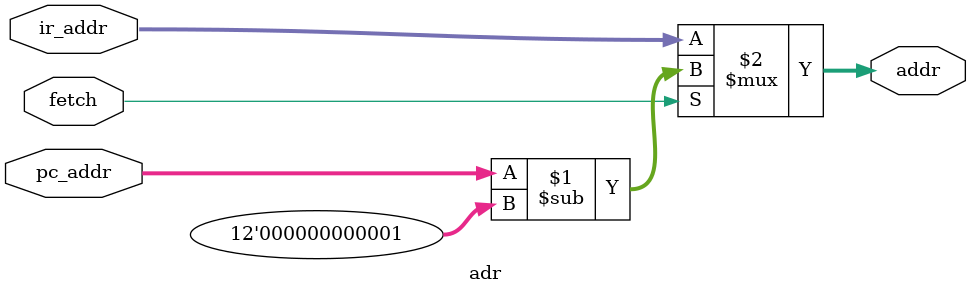
<source format=v>
`timescale 1ns/1ns
module adr(
          //output
            addr,  //地址
            
          //input
            fetch,
            ir_addr,
            pc_addr);
            
     //output port
output[11:0] addr;  //output address
     //input port
input[11:0] ir_addr; //data address input
input[11:0] pc_addr; //pc address input
input fetch;         //the signal of select address

assign addr = fetch?(pc_addr-12'h1):ir_addr;//the address subtract 1 to adapt the pc address change

endmodule

//the end of module
</source>
